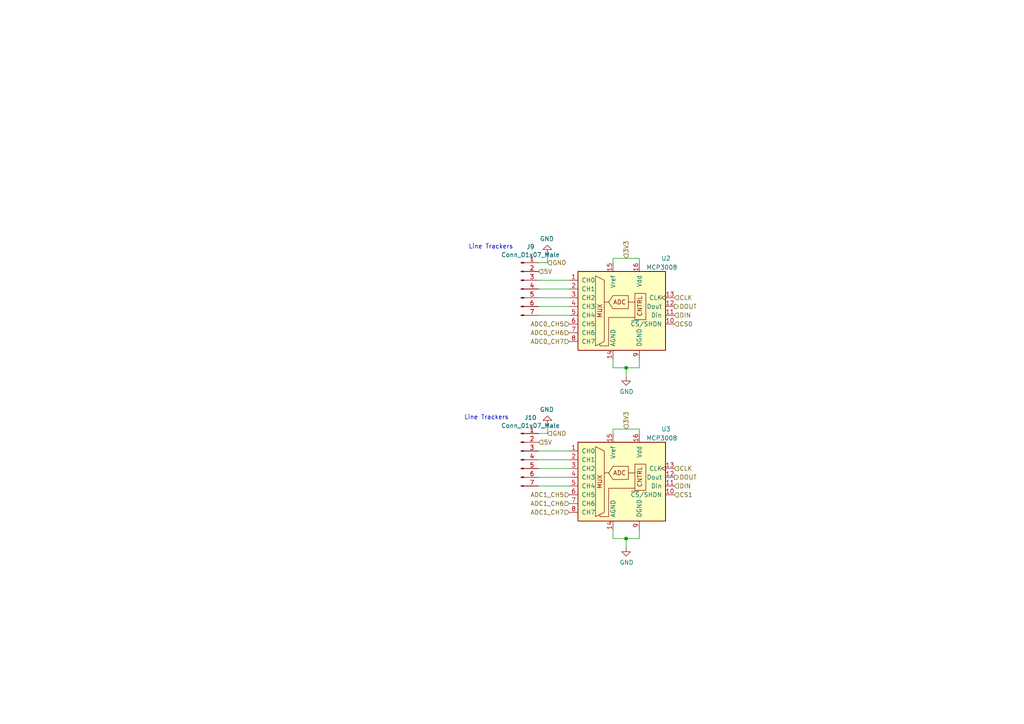
<source format=kicad_sch>
(kicad_sch (version 20211123) (generator eeschema)

  (uuid 96781640-c07e-4eea-a372-067ded96b703)

  (paper "A4")

  (lib_symbols
    (symbol "Analog_ADC:MCP3008" (pin_names (offset 1.016)) (in_bom yes) (on_board yes)
      (property "Reference" "U" (id 0) (at -5.08 13.335 0)
        (effects (font (size 1.27 1.27)) (justify right))
      )
      (property "Value" "MCP3008" (id 1) (at -5.08 11.43 0)
        (effects (font (size 1.27 1.27)) (justify right))
      )
      (property "Footprint" "" (id 2) (at 2.54 2.54 0)
        (effects (font (size 1.27 1.27)) hide)
      )
      (property "Datasheet" "http://ww1.microchip.com/downloads/en/DeviceDoc/21295d.pdf" (id 3) (at 2.54 2.54 0)
        (effects (font (size 1.27 1.27)) hide)
      )
      (property "ki_keywords" "12bit ADC Reference Single Supply SPI 8CH" (id 4) (at 0 0 0)
        (effects (font (size 1.27 1.27)) hide)
      )
      (property "ki_description" "A/D Converter, 10-Bit, 8-Channel, SPI Interface , 2.7V-5.5V" (id 5) (at 0 0 0)
        (effects (font (size 1.27 1.27)) hide)
      )
      (property "ki_fp_filters" "DIP*W7.62mm* SOIC*3.9x9.9mm*P1.27mm*" (id 6) (at 0 0 0)
        (effects (font (size 1.27 1.27)) hide)
      )
      (symbol "MCP3008_0_0"
        (text "ADC" (at -0.635 1.27 0)
          (effects (font (size 1.27 1.27)))
        )
        (text "CNTRL" (at 5.969 -2.921 900)
          (effects (font (size 1.27 1.27)) (justify left bottom))
        )
        (text "MUX" (at -6.35 -1.27 900)
          (effects (font (size 1.27 1.27)))
        )
      )
      (symbol "MCP3008_0_1"
        (polyline
          (pts
            (xy -3.81 1.27)
            (xy -5.08 1.27)
          )
          (stroke (width 0) (type default) (color 0 0 0 0))
          (fill (type none))
        )
        (polyline
          (pts
            (xy 1.905 1.27)
            (xy 3.81 1.27)
          )
          (stroke (width 0) (type default) (color 0 0 0 0))
          (fill (type none))
        )
        (polyline
          (pts
            (xy -7.62 8.89)
            (xy -7.62 -11.43)
            (xy -5.08 -10.16)
            (xy -5.08 7.62)
            (xy -7.62 8.89)
          )
          (stroke (width 0) (type default) (color 0 0 0 0))
          (fill (type none))
        )
        (polyline
          (pts
            (xy 3.81 -3.175)
            (xy -3.81 -3.175)
            (xy -3.81 -11.43)
            (xy -6.35 -11.43)
            (xy -6.35 -10.795)
          )
          (stroke (width 0) (type default) (color 0 0 0 0))
          (fill (type none))
        )
        (polyline
          (pts
            (xy 1.905 3.175)
            (xy 1.905 -0.635)
            (xy -2.54 -0.635)
            (xy -3.81 1.27)
            (xy -2.54 3.175)
            (xy 1.905 3.175)
          )
          (stroke (width 0) (type default) (color 0 0 0 0))
          (fill (type none))
        )
        (rectangle (start 3.81 -3.81) (end 6.985 3.81)
          (stroke (width 0) (type default) (color 0 0 0 0))
          (fill (type none))
        )
        (rectangle (start 12.7 -12.7) (end -12.7 10.16)
          (stroke (width 0.254) (type default) (color 0 0 0 0))
          (fill (type background))
        )
      )
      (symbol "MCP3008_1_1"
        (pin input line (at -15.24 7.62 0) (length 2.54)
          (name "CH0" (effects (font (size 1.27 1.27))))
          (number "1" (effects (font (size 1.27 1.27))))
        )
        (pin input line (at 15.24 -5.08 180) (length 2.54)
          (name "~{CS}/SHDN" (effects (font (size 1.27 1.27))))
          (number "10" (effects (font (size 1.27 1.27))))
        )
        (pin input line (at 15.24 -2.54 180) (length 2.54)
          (name "Din" (effects (font (size 1.27 1.27))))
          (number "11" (effects (font (size 1.27 1.27))))
        )
        (pin output line (at 15.24 0 180) (length 2.54)
          (name "Dout" (effects (font (size 1.27 1.27))))
          (number "12" (effects (font (size 1.27 1.27))))
        )
        (pin input clock (at 15.24 2.54 180) (length 2.54)
          (name "CLK" (effects (font (size 1.27 1.27))))
          (number "13" (effects (font (size 1.27 1.27))))
        )
        (pin power_in line (at -2.54 -15.24 90) (length 2.54)
          (name "AGND" (effects (font (size 1.27 1.27))))
          (number "14" (effects (font (size 1.27 1.27))))
        )
        (pin power_in line (at -2.54 12.7 270) (length 2.54)
          (name "Vref" (effects (font (size 1.27 1.27))))
          (number "15" (effects (font (size 1.27 1.27))))
        )
        (pin power_in line (at 5.08 12.7 270) (length 2.54)
          (name "Vdd" (effects (font (size 1.27 1.27))))
          (number "16" (effects (font (size 1.27 1.27))))
        )
        (pin input line (at -15.24 5.08 0) (length 2.54)
          (name "CH1" (effects (font (size 1.27 1.27))))
          (number "2" (effects (font (size 1.27 1.27))))
        )
        (pin input line (at -15.24 2.54 0) (length 2.54)
          (name "CH2" (effects (font (size 1.27 1.27))))
          (number "3" (effects (font (size 1.27 1.27))))
        )
        (pin input line (at -15.24 0 0) (length 2.54)
          (name "CH3" (effects (font (size 1.27 1.27))))
          (number "4" (effects (font (size 1.27 1.27))))
        )
        (pin input line (at -15.24 -2.54 0) (length 2.54)
          (name "CH4" (effects (font (size 1.27 1.27))))
          (number "5" (effects (font (size 1.27 1.27))))
        )
        (pin input line (at -15.24 -5.08 0) (length 2.54)
          (name "CH5" (effects (font (size 1.27 1.27))))
          (number "6" (effects (font (size 1.27 1.27))))
        )
        (pin input line (at -15.24 -7.62 0) (length 2.54)
          (name "CH6" (effects (font (size 1.27 1.27))))
          (number "7" (effects (font (size 1.27 1.27))))
        )
        (pin input line (at -15.24 -10.16 0) (length 2.54)
          (name "CH7" (effects (font (size 1.27 1.27))))
          (number "8" (effects (font (size 1.27 1.27))))
        )
        (pin power_in line (at 5.08 -15.24 90) (length 2.54)
          (name "DGND" (effects (font (size 1.27 1.27))))
          (number "9" (effects (font (size 1.27 1.27))))
        )
      )
    )
    (symbol "Connector:Conn_01x07_Male" (pin_names (offset 1.016) hide) (in_bom yes) (on_board yes)
      (property "Reference" "J" (id 0) (at 0 10.16 0)
        (effects (font (size 1.27 1.27)))
      )
      (property "Value" "Conn_01x07_Male" (id 1) (at 0 -10.16 0)
        (effects (font (size 1.27 1.27)))
      )
      (property "Footprint" "" (id 2) (at 0 0 0)
        (effects (font (size 1.27 1.27)) hide)
      )
      (property "Datasheet" "~" (id 3) (at 0 0 0)
        (effects (font (size 1.27 1.27)) hide)
      )
      (property "ki_keywords" "connector" (id 4) (at 0 0 0)
        (effects (font (size 1.27 1.27)) hide)
      )
      (property "ki_description" "Generic connector, single row, 01x07, script generated (kicad-library-utils/schlib/autogen/connector/)" (id 5) (at 0 0 0)
        (effects (font (size 1.27 1.27)) hide)
      )
      (property "ki_fp_filters" "Connector*:*_1x??_*" (id 6) (at 0 0 0)
        (effects (font (size 1.27 1.27)) hide)
      )
      (symbol "Conn_01x07_Male_1_1"
        (polyline
          (pts
            (xy 1.27 -7.62)
            (xy 0.8636 -7.62)
          )
          (stroke (width 0.1524) (type default) (color 0 0 0 0))
          (fill (type none))
        )
        (polyline
          (pts
            (xy 1.27 -5.08)
            (xy 0.8636 -5.08)
          )
          (stroke (width 0.1524) (type default) (color 0 0 0 0))
          (fill (type none))
        )
        (polyline
          (pts
            (xy 1.27 -2.54)
            (xy 0.8636 -2.54)
          )
          (stroke (width 0.1524) (type default) (color 0 0 0 0))
          (fill (type none))
        )
        (polyline
          (pts
            (xy 1.27 0)
            (xy 0.8636 0)
          )
          (stroke (width 0.1524) (type default) (color 0 0 0 0))
          (fill (type none))
        )
        (polyline
          (pts
            (xy 1.27 2.54)
            (xy 0.8636 2.54)
          )
          (stroke (width 0.1524) (type default) (color 0 0 0 0))
          (fill (type none))
        )
        (polyline
          (pts
            (xy 1.27 5.08)
            (xy 0.8636 5.08)
          )
          (stroke (width 0.1524) (type default) (color 0 0 0 0))
          (fill (type none))
        )
        (polyline
          (pts
            (xy 1.27 7.62)
            (xy 0.8636 7.62)
          )
          (stroke (width 0.1524) (type default) (color 0 0 0 0))
          (fill (type none))
        )
        (rectangle (start 0.8636 -7.493) (end 0 -7.747)
          (stroke (width 0.1524) (type default) (color 0 0 0 0))
          (fill (type outline))
        )
        (rectangle (start 0.8636 -4.953) (end 0 -5.207)
          (stroke (width 0.1524) (type default) (color 0 0 0 0))
          (fill (type outline))
        )
        (rectangle (start 0.8636 -2.413) (end 0 -2.667)
          (stroke (width 0.1524) (type default) (color 0 0 0 0))
          (fill (type outline))
        )
        (rectangle (start 0.8636 0.127) (end 0 -0.127)
          (stroke (width 0.1524) (type default) (color 0 0 0 0))
          (fill (type outline))
        )
        (rectangle (start 0.8636 2.667) (end 0 2.413)
          (stroke (width 0.1524) (type default) (color 0 0 0 0))
          (fill (type outline))
        )
        (rectangle (start 0.8636 5.207) (end 0 4.953)
          (stroke (width 0.1524) (type default) (color 0 0 0 0))
          (fill (type outline))
        )
        (rectangle (start 0.8636 7.747) (end 0 7.493)
          (stroke (width 0.1524) (type default) (color 0 0 0 0))
          (fill (type outline))
        )
        (pin passive line (at 5.08 7.62 180) (length 3.81)
          (name "Pin_1" (effects (font (size 1.27 1.27))))
          (number "1" (effects (font (size 1.27 1.27))))
        )
        (pin passive line (at 5.08 5.08 180) (length 3.81)
          (name "Pin_2" (effects (font (size 1.27 1.27))))
          (number "2" (effects (font (size 1.27 1.27))))
        )
        (pin passive line (at 5.08 2.54 180) (length 3.81)
          (name "Pin_3" (effects (font (size 1.27 1.27))))
          (number "3" (effects (font (size 1.27 1.27))))
        )
        (pin passive line (at 5.08 0 180) (length 3.81)
          (name "Pin_4" (effects (font (size 1.27 1.27))))
          (number "4" (effects (font (size 1.27 1.27))))
        )
        (pin passive line (at 5.08 -2.54 180) (length 3.81)
          (name "Pin_5" (effects (font (size 1.27 1.27))))
          (number "5" (effects (font (size 1.27 1.27))))
        )
        (pin passive line (at 5.08 -5.08 180) (length 3.81)
          (name "Pin_6" (effects (font (size 1.27 1.27))))
          (number "6" (effects (font (size 1.27 1.27))))
        )
        (pin passive line (at 5.08 -7.62 180) (length 3.81)
          (name "Pin_7" (effects (font (size 1.27 1.27))))
          (number "7" (effects (font (size 1.27 1.27))))
        )
      )
    )
    (symbol "power:GND" (power) (pin_names (offset 0)) (in_bom yes) (on_board yes)
      (property "Reference" "#PWR" (id 0) (at 0 -6.35 0)
        (effects (font (size 1.27 1.27)) hide)
      )
      (property "Value" "GND" (id 1) (at 0 -3.81 0)
        (effects (font (size 1.27 1.27)))
      )
      (property "Footprint" "" (id 2) (at 0 0 0)
        (effects (font (size 1.27 1.27)) hide)
      )
      (property "Datasheet" "" (id 3) (at 0 0 0)
        (effects (font (size 1.27 1.27)) hide)
      )
      (property "ki_keywords" "power-flag" (id 4) (at 0 0 0)
        (effects (font (size 1.27 1.27)) hide)
      )
      (property "ki_description" "Power symbol creates a global label with name \"GND\" , ground" (id 5) (at 0 0 0)
        (effects (font (size 1.27 1.27)) hide)
      )
      (symbol "GND_0_1"
        (polyline
          (pts
            (xy 0 0)
            (xy 0 -1.27)
            (xy 1.27 -1.27)
            (xy 0 -2.54)
            (xy -1.27 -1.27)
            (xy 0 -1.27)
          )
          (stroke (width 0) (type default) (color 0 0 0 0))
          (fill (type none))
        )
      )
      (symbol "GND_1_1"
        (pin power_in line (at 0 0 270) (length 0) hide
          (name "GND" (effects (font (size 1.27 1.27))))
          (number "1" (effects (font (size 1.27 1.27))))
        )
      )
    )
  )

  (junction (at 181.61 156.21) (diameter 0) (color 0 0 0 0)
    (uuid 95d3588d-48e0-474c-b880-ed6e7ca6ce58)
  )
  (junction (at 181.61 106.68) (diameter 0) (color 0 0 0 0)
    (uuid 9ece3cd6-8229-436e-9edf-582a68e6c255)
  )

  (wire (pts (xy 181.61 106.68) (xy 181.61 109.22))
    (stroke (width 0) (type default) (color 0 0 0 0))
    (uuid 01011f32-daef-43eb-bb13-34d7b79e1be5)
  )
  (wire (pts (xy 156.21 135.89) (xy 165.1 135.89))
    (stroke (width 0) (type default) (color 0 0 0 0))
    (uuid 09db6f47-4aef-40e1-acb9-1755fd270b2a)
  )
  (wire (pts (xy 177.8 104.14) (xy 177.8 106.68))
    (stroke (width 0) (type default) (color 0 0 0 0))
    (uuid 0de92b1b-5e31-45f7-a080-06900f0dff12)
  )
  (wire (pts (xy 156.21 91.44) (xy 165.1 91.44))
    (stroke (width 0) (type default) (color 0 0 0 0))
    (uuid 0e0f9829-27a5-43b2-a0ae-121d3ce72ef4)
  )
  (wire (pts (xy 181.61 156.21) (xy 181.61 158.75))
    (stroke (width 0) (type default) (color 0 0 0 0))
    (uuid 126f51e1-adef-4366-a2af-4c55f68ffe86)
  )
  (wire (pts (xy 156.21 81.28) (xy 165.1 81.28))
    (stroke (width 0) (type default) (color 0 0 0 0))
    (uuid 18d3014d-7089-41b5-ab03-53cc0a265580)
  )
  (wire (pts (xy 177.8 125.73) (xy 177.8 124.46))
    (stroke (width 0) (type default) (color 0 0 0 0))
    (uuid 1ee0d69c-7845-4b02-be87-dc06dcf9c05f)
  )
  (wire (pts (xy 185.42 106.68) (xy 185.42 104.14))
    (stroke (width 0) (type default) (color 0 0 0 0))
    (uuid 21c91cfc-2dcf-4df7-82fc-d91fb7d949ef)
  )
  (wire (pts (xy 177.8 124.46) (xy 185.42 124.46))
    (stroke (width 0) (type default) (color 0 0 0 0))
    (uuid 29029900-0b33-4e2c-a4a5-743b57aebf06)
  )
  (wire (pts (xy 158.75 123.19) (xy 158.75 125.73))
    (stroke (width 0) (type default) (color 0 0 0 0))
    (uuid 29c394d9-9746-409a-b15a-fa546833aed0)
  )
  (wire (pts (xy 177.8 153.67) (xy 177.8 156.21))
    (stroke (width 0) (type default) (color 0 0 0 0))
    (uuid 2fd20049-16e5-4ba2-9fe3-f8b9d72c850c)
  )
  (wire (pts (xy 156.21 130.81) (xy 165.1 130.81))
    (stroke (width 0) (type default) (color 0 0 0 0))
    (uuid 3531f0c0-2b4a-4c11-929a-cad6a33d71fb)
  )
  (wire (pts (xy 156.21 133.35) (xy 165.1 133.35))
    (stroke (width 0) (type default) (color 0 0 0 0))
    (uuid 3894053c-5f70-4d51-8a48-7ab7c1789912)
  )
  (wire (pts (xy 156.21 86.36) (xy 165.1 86.36))
    (stroke (width 0) (type default) (color 0 0 0 0))
    (uuid 3f96e159-1f3b-4ee7-a46e-e60d78f2137a)
  )
  (wire (pts (xy 181.61 156.21) (xy 185.42 156.21))
    (stroke (width 0) (type default) (color 0 0 0 0))
    (uuid 50082c4c-64db-4e25-89b2-5b871b209227)
  )
  (wire (pts (xy 156.21 83.82) (xy 165.1 83.82))
    (stroke (width 0) (type default) (color 0 0 0 0))
    (uuid 662bafcb-dcfb-4471-a8a9-f5c777fdf249)
  )
  (wire (pts (xy 158.75 76.2) (xy 156.21 76.2))
    (stroke (width 0) (type default) (color 0 0 0 0))
    (uuid 720ec55a-7c69-4064-b792-ef3dbba4eab9)
  )
  (wire (pts (xy 156.21 88.9) (xy 165.1 88.9))
    (stroke (width 0) (type default) (color 0 0 0 0))
    (uuid 77aa6db5-9b8d-4983-b88e-30fe5af25975)
  )
  (wire (pts (xy 158.75 125.73) (xy 156.21 125.73))
    (stroke (width 0) (type default) (color 0 0 0 0))
    (uuid 811a2605-2f91-49f3-86e3-96b33a6dacf9)
  )
  (wire (pts (xy 156.21 138.43) (xy 165.1 138.43))
    (stroke (width 0) (type default) (color 0 0 0 0))
    (uuid 8506b14a-98d5-4101-86d7-9415c02a8e4a)
  )
  (wire (pts (xy 177.8 76.2) (xy 177.8 74.93))
    (stroke (width 0) (type default) (color 0 0 0 0))
    (uuid 8637dfd5-3100-4d80-a698-332e0ba488fd)
  )
  (wire (pts (xy 156.21 140.97) (xy 165.1 140.97))
    (stroke (width 0) (type default) (color 0 0 0 0))
    (uuid 988375ab-60a4-4cb0-826c-913386871db9)
  )
  (wire (pts (xy 185.42 124.46) (xy 185.42 125.73))
    (stroke (width 0) (type default) (color 0 0 0 0))
    (uuid a385df2f-0192-4445-b9eb-593f0e0596cc)
  )
  (wire (pts (xy 177.8 106.68) (xy 181.61 106.68))
    (stroke (width 0) (type default) (color 0 0 0 0))
    (uuid a57fe6ad-16a0-4cbd-a177-ac6df80455c0)
  )
  (wire (pts (xy 177.8 156.21) (xy 181.61 156.21))
    (stroke (width 0) (type default) (color 0 0 0 0))
    (uuid bb5e0559-17c3-4223-9f34-a1c42c2c719d)
  )
  (wire (pts (xy 181.61 106.68) (xy 185.42 106.68))
    (stroke (width 0) (type default) (color 0 0 0 0))
    (uuid cac77c0c-c8f1-4cdf-9d44-f5db7371e071)
  )
  (wire (pts (xy 185.42 74.93) (xy 185.42 76.2))
    (stroke (width 0) (type default) (color 0 0 0 0))
    (uuid cfc0e852-288e-48cb-b510-b97addd39ff5)
  )
  (wire (pts (xy 158.75 73.66) (xy 158.75 76.2))
    (stroke (width 0) (type default) (color 0 0 0 0))
    (uuid d115a0df-1034-4583-83af-ff1cb8acfa17)
  )
  (wire (pts (xy 185.42 156.21) (xy 185.42 153.67))
    (stroke (width 0) (type default) (color 0 0 0 0))
    (uuid db051b83-b7ec-4d2f-b3bd-ced276f20a10)
  )
  (wire (pts (xy 177.8 74.93) (xy 185.42 74.93))
    (stroke (width 0) (type default) (color 0 0 0 0))
    (uuid f48fc2c2-c1df-456c-8c82-842102c2e36c)
  )

  (text "Line Trackers" (at 134.62 121.92 0)
    (effects (font (size 1.27 1.27)) (justify left bottom))
    (uuid 49bbe3bc-4662-46c6-af83-fd3ace894290)
  )
  (text "Line Trackers" (at 135.89 72.39 0)
    (effects (font (size 1.27 1.27)) (justify left bottom))
    (uuid 5eedf685-0df3-4da8-aded-0e6ed1cb2507)
  )

  (hierarchical_label "DIN" (shape input) (at 195.58 140.97 0)
    (effects (font (size 1.27 1.27)) (justify left))
    (uuid 1ac1c62c-d755-4fc3-8bb3-220779de2ecd)
  )
  (hierarchical_label "ADC1_CH5" (shape input) (at 165.1 143.51 180)
    (effects (font (size 1.27 1.27)) (justify right))
    (uuid 251669f2-aed1-46fe-b2e4-9582ff1e4084)
  )
  (hierarchical_label "CLK" (shape input) (at 195.58 135.89 0)
    (effects (font (size 1.27 1.27)) (justify left))
    (uuid 26fad309-2b90-4237-8622-541503fc1d75)
  )
  (hierarchical_label "ADC0_CH6" (shape input) (at 165.1 96.52 180)
    (effects (font (size 1.27 1.27)) (justify right))
    (uuid 311665d9-0fab-4325-8b46-f3638bf521df)
  )
  (hierarchical_label "ADC0_CH7" (shape input) (at 165.1 99.06 180)
    (effects (font (size 1.27 1.27)) (justify right))
    (uuid 3198b8ca-7d11-4e0c-89a4-c173f9fcf724)
  )
  (hierarchical_label "ADC0_CH5" (shape input) (at 165.1 93.98 180)
    (effects (font (size 1.27 1.27)) (justify right))
    (uuid 3c3e06bd-c8bb-4ec8-84e0-f7f9437909b3)
  )
  (hierarchical_label "ADC1_CH7" (shape input) (at 165.1 148.59 180)
    (effects (font (size 1.27 1.27)) (justify right))
    (uuid 3c646c61-400f-4f60-98b8-05ed5e632a3f)
  )
  (hierarchical_label "CS1" (shape input) (at 195.58 143.51 0)
    (effects (font (size 1.27 1.27)) (justify left))
    (uuid 42f10020-b50a-4739-a546-6b63e441c980)
  )
  (hierarchical_label "DOUT" (shape output) (at 195.58 88.9 0)
    (effects (font (size 1.27 1.27)) (justify left))
    (uuid 46491a9d-8b3d-4c74-b09a-70c876f162e5)
  )
  (hierarchical_label "CLK" (shape input) (at 195.58 86.36 0)
    (effects (font (size 1.27 1.27)) (justify left))
    (uuid 49d97c73-e37a-4154-9d0a-88037e40cc11)
  )
  (hierarchical_label "3V3" (shape input) (at 181.61 124.46 90)
    (effects (font (size 1.27 1.27)) (justify left))
    (uuid 571294ad-4ab0-4eba-8946-4b0fbf948dca)
  )
  (hierarchical_label "ADC1_CH6" (shape input) (at 165.1 146.05 180)
    (effects (font (size 1.27 1.27)) (justify right))
    (uuid 8aeda7bd-b078-427a-a185-d5bc595c6436)
  )
  (hierarchical_label "DOUT" (shape output) (at 195.58 138.43 0)
    (effects (font (size 1.27 1.27)) (justify left))
    (uuid 9382996c-5b32-4ced-9ae0-ead0b880b972)
  )
  (hierarchical_label "DIN" (shape input) (at 195.58 91.44 0)
    (effects (font (size 1.27 1.27)) (justify left))
    (uuid 9505be36-b21c-4db8-9484-dd0861395d26)
  )
  (hierarchical_label "CS0" (shape input) (at 195.58 93.98 0)
    (effects (font (size 1.27 1.27)) (justify left))
    (uuid 961b4579-9ee8-407a-89a7-81f36f1ad865)
  )
  (hierarchical_label "GND" (shape input) (at 158.75 125.73 0)
    (effects (font (size 1.27 1.27)) (justify left))
    (uuid 9c9d9ed2-0bad-45f4-9618-be6aefff397c)
  )
  (hierarchical_label "5V" (shape input) (at 156.21 128.27 0)
    (effects (font (size 1.27 1.27)) (justify left))
    (uuid be17e6c7-9530-4858-89f3-92acb109254c)
  )
  (hierarchical_label "3V3" (shape input) (at 181.61 74.93 90)
    (effects (font (size 1.27 1.27)) (justify left))
    (uuid c56bbebe-0c9a-418d-911e-b8ba7c53125d)
  )
  (hierarchical_label "GND" (shape input) (at 158.75 76.2 0)
    (effects (font (size 1.27 1.27)) (justify left))
    (uuid d70d1cd3-1668-4688-8eb7-f773efb7bb87)
  )
  (hierarchical_label "5V" (shape input) (at 156.21 78.74 0)
    (effects (font (size 1.27 1.27)) (justify left))
    (uuid eb6a726e-fed9-4891-95fa-b4d4a5f77b35)
  )

  (symbol (lib_id "power:GND") (at 158.75 73.66 180) (unit 1)
    (in_bom yes) (on_board yes)
    (uuid 00000000-0000-0000-0000-00006176ed3f)
    (property "Reference" "#PWR050" (id 0) (at 158.75 67.31 0)
      (effects (font (size 1.27 1.27)) hide)
    )
    (property "Value" "GND" (id 1) (at 158.623 69.2658 0))
    (property "Footprint" "" (id 2) (at 158.75 73.66 0)
      (effects (font (size 1.27 1.27)) hide)
    )
    (property "Datasheet" "" (id 3) (at 158.75 73.66 0)
      (effects (font (size 1.27 1.27)) hide)
    )
    (pin "1" (uuid b0cd315c-c78d-44dc-b672-a18dfb5cc2d0))
  )

  (symbol (lib_id "Connector:Conn_01x07_Male") (at 151.13 83.82 0) (unit 1)
    (in_bom yes) (on_board yes)
    (uuid 00000000-0000-0000-0000-000061c8be1c)
    (property "Reference" "J9" (id 0) (at 153.8732 71.6026 0))
    (property "Value" "Conn_01x07_Male" (id 1) (at 153.8732 73.914 0))
    (property "Footprint" "Connector_JST:JST_PH_B7B-PH-K_1x07_P2.00mm_Vertical" (id 2) (at 151.13 83.82 0)
      (effects (font (size 1.27 1.27)) hide)
    )
    (property "Datasheet" "~" (id 3) (at 151.13 83.82 0)
      (effects (font (size 1.27 1.27)) hide)
    )
    (pin "1" (uuid 6625fa35-b4b6-4787-b8b3-809524ccafaf))
    (pin "2" (uuid 47b95054-956f-44dc-a5b4-15ee4ea91418))
    (pin "3" (uuid 56203402-79b1-40a1-97ad-4c42312e0916))
    (pin "4" (uuid 64801e0e-c9b6-437d-9a1d-1ec9baec692d))
    (pin "5" (uuid ed3da514-179d-46c2-8e91-4ccd983fef67))
    (pin "6" (uuid 332684b8-b77e-4a8c-a386-1c014b162710))
    (pin "7" (uuid f87d441f-a3eb-40a1-82a9-08e64a9943af))
  )

  (symbol (lib_id "power:GND") (at 181.61 109.22 0) (unit 1)
    (in_bom yes) (on_board yes)
    (uuid 00000000-0000-0000-0000-000061cabb17)
    (property "Reference" "#PWR052" (id 0) (at 181.61 115.57 0)
      (effects (font (size 1.27 1.27)) hide)
    )
    (property "Value" "GND" (id 1) (at 181.737 113.6142 0))
    (property "Footprint" "" (id 2) (at 181.61 109.22 0)
      (effects (font (size 1.27 1.27)) hide)
    )
    (property "Datasheet" "" (id 3) (at 181.61 109.22 0)
      (effects (font (size 1.27 1.27)) hide)
    )
    (pin "1" (uuid 1db457a1-950b-401f-812b-e7ab8a089f05))
  )

  (symbol (lib_id "Analog_ADC:MCP3008") (at 180.34 138.43 0) (unit 1)
    (in_bom yes) (on_board yes)
    (uuid 0a706747-28f7-45f7-b6cf-c5990cab7ded)
    (property "Reference" "U3" (id 0) (at 191.77 124.46 0)
      (effects (font (size 1.27 1.27)) (justify left))
    )
    (property "Value" "MCP3008" (id 1) (at 187.4394 127.0786 0)
      (effects (font (size 1.27 1.27)) (justify left))
    )
    (property "Footprint" "Package_SO:SOIC-16_3.9x9.9mm_P1.27mm" (id 2) (at 182.88 135.89 0)
      (effects (font (size 1.27 1.27)) hide)
    )
    (property "Datasheet" "http://ww1.microchip.com/downloads/en/DeviceDoc/21295d.pdf" (id 3) (at 182.88 135.89 0)
      (effects (font (size 1.27 1.27)) hide)
    )
    (pin "1" (uuid b6f5b6dc-43c6-4c9f-af93-ca80eb860087))
    (pin "10" (uuid 71911778-d0ee-4d34-99b9-5ee2da03ef03))
    (pin "11" (uuid 6faa8d62-429f-4a23-840c-5a94b22c4be4))
    (pin "12" (uuid e948c7e7-5a27-4de2-bcfe-5042e5eebc86))
    (pin "13" (uuid d93c8b32-dc73-4b95-a97b-8a0dc2fa043c))
    (pin "14" (uuid 978bf860-b448-4c5d-b124-0533a8da63f4))
    (pin "15" (uuid 5a0b6c76-d934-4cf6-a71d-fc366c010078))
    (pin "16" (uuid e8494ffa-9fc0-4507-9840-900329c5e6b2))
    (pin "2" (uuid 9d4c75d5-058f-48f8-882f-fa7ffced4401))
    (pin "3" (uuid 78464223-833a-4ec0-a002-89dfd4fceb99))
    (pin "4" (uuid 9e04b1b6-8afb-4392-aa70-6b1a29fe4ef4))
    (pin "5" (uuid 1e55fa00-7d63-4620-8771-741b4c30b566))
    (pin "6" (uuid 5c956cbf-eea3-4b7a-9fec-cc18a3b878b4))
    (pin "7" (uuid 260172ce-3e17-41e8-9635-cab7d786688f))
    (pin "8" (uuid 3bfb9e96-bb00-4143-926c-858ffcb8e48b))
    (pin "9" (uuid ea4376b9-629f-4c18-8283-8236d7466585))
  )

  (symbol (lib_id "power:GND") (at 158.75 123.19 180) (unit 1)
    (in_bom yes) (on_board yes)
    (uuid 4088c051-13d7-4620-9ae2-69f204608b63)
    (property "Reference" "#PWR051" (id 0) (at 158.75 116.84 0)
      (effects (font (size 1.27 1.27)) hide)
    )
    (property "Value" "GND" (id 1) (at 158.623 118.7958 0))
    (property "Footprint" "" (id 2) (at 158.75 123.19 0)
      (effects (font (size 1.27 1.27)) hide)
    )
    (property "Datasheet" "" (id 3) (at 158.75 123.19 0)
      (effects (font (size 1.27 1.27)) hide)
    )
    (pin "1" (uuid e9a415a3-978e-4183-bc40-c0d44644c4b0))
  )

  (symbol (lib_id "Analog_ADC:MCP3008") (at 180.34 88.9 0) (unit 1)
    (in_bom yes) (on_board yes)
    (uuid 440117fe-ff0f-47da-8b54-2f4c7e7a268e)
    (property "Reference" "U2" (id 0) (at 191.77 74.93 0)
      (effects (font (size 1.27 1.27)) (justify left))
    )
    (property "Value" "MCP3008" (id 1) (at 187.4394 77.5486 0)
      (effects (font (size 1.27 1.27)) (justify left))
    )
    (property "Footprint" "Package_SO:SOIC-16_3.9x9.9mm_P1.27mm" (id 2) (at 182.88 86.36 0)
      (effects (font (size 1.27 1.27)) hide)
    )
    (property "Datasheet" "http://ww1.microchip.com/downloads/en/DeviceDoc/21295d.pdf" (id 3) (at 182.88 86.36 0)
      (effects (font (size 1.27 1.27)) hide)
    )
    (pin "1" (uuid 89003be2-05c0-40b0-b840-1cd26861583f))
    (pin "10" (uuid fe17a12c-3b7b-4f2b-85d9-0d7d5a0cb7a9))
    (pin "11" (uuid 1d8458ca-11a1-42da-a2e9-e572d14457b8))
    (pin "12" (uuid be993bca-4f2d-4921-b912-03f71ecb433a))
    (pin "13" (uuid 904153b5-3033-4ea8-a296-0deb91bdb2ee))
    (pin "14" (uuid ffcb565f-a4bf-496d-be76-dba9790fa6ca))
    (pin "15" (uuid 34d104a3-c7cc-4527-8e16-5ce571e94236))
    (pin "16" (uuid 267d1d77-f29a-4b71-a785-d7f27c1191cf))
    (pin "2" (uuid 5a6f59a5-e638-4d6a-9522-0315b3818cbe))
    (pin "3" (uuid f0da49a0-a553-4400-9400-dab597971fca))
    (pin "4" (uuid b0b588f7-84d7-4112-b4be-693e5c47a610))
    (pin "5" (uuid 18a00304-2816-4876-be1e-8aec5a4787ed))
    (pin "6" (uuid 21ea5f4a-cff8-4809-8556-fa2bee079fea))
    (pin "7" (uuid 0a8584bd-4ae0-4872-861c-77c12b173efc))
    (pin "8" (uuid 1f73f83f-c2d2-4621-9d8a-e3cd798760f9))
    (pin "9" (uuid 35c7614b-91d0-4b85-a215-8cdc0d7fbc92))
  )

  (symbol (lib_id "power:GND") (at 181.61 158.75 0) (unit 1)
    (in_bom yes) (on_board yes)
    (uuid 5dce9715-7f0e-40a0-81bc-07ad66183870)
    (property "Reference" "#PWR053" (id 0) (at 181.61 165.1 0)
      (effects (font (size 1.27 1.27)) hide)
    )
    (property "Value" "GND" (id 1) (at 181.737 163.1442 0))
    (property "Footprint" "" (id 2) (at 181.61 158.75 0)
      (effects (font (size 1.27 1.27)) hide)
    )
    (property "Datasheet" "" (id 3) (at 181.61 158.75 0)
      (effects (font (size 1.27 1.27)) hide)
    )
    (pin "1" (uuid 0526736d-88f9-4175-86fc-573d5fa8ee5b))
  )

  (symbol (lib_id "Connector:Conn_01x07_Male") (at 151.13 133.35 0) (unit 1)
    (in_bom yes) (on_board yes)
    (uuid 92b7b461-386e-4466-8c33-38d3b380f5fb)
    (property "Reference" "J10" (id 0) (at 153.8732 121.1326 0))
    (property "Value" "Conn_01x07_Male" (id 1) (at 153.8732 123.444 0))
    (property "Footprint" "Connector_JST:JST_PH_B7B-PH-K_1x07_P2.00mm_Vertical" (id 2) (at 151.13 133.35 0)
      (effects (font (size 1.27 1.27)) hide)
    )
    (property "Datasheet" "~" (id 3) (at 151.13 133.35 0)
      (effects (font (size 1.27 1.27)) hide)
    )
    (pin "1" (uuid 4027db88-ccd1-4656-9081-00491d19a628))
    (pin "2" (uuid 43844285-06c6-4556-9f0d-d66926374348))
    (pin "3" (uuid 786eea29-61d0-4a23-b0fa-a9cdf361aa43))
    (pin "4" (uuid c0d97cd1-1c41-4b49-adf6-08e0b40bf7b1))
    (pin "5" (uuid d2b75630-2d77-4206-be39-5624eb23551f))
    (pin "6" (uuid 8d3c2928-7cdb-4997-a7d0-4ece7f03200f))
    (pin "7" (uuid d4d9c141-4818-4808-853e-03bf914c0556))
  )
)

</source>
